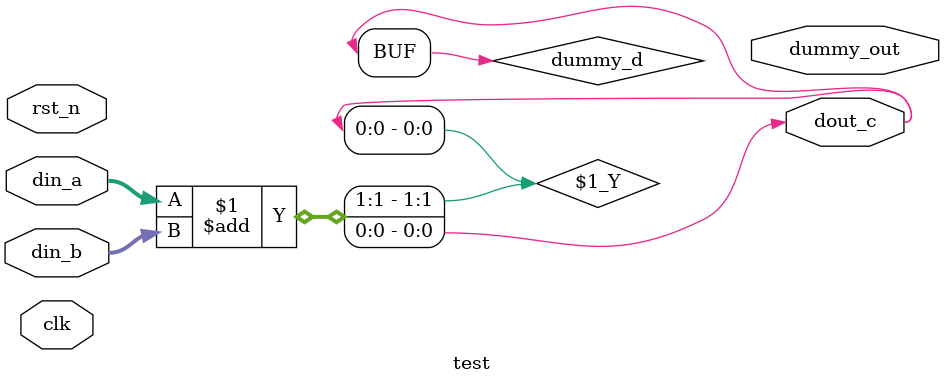
<source format=v>
module test (
    input clk,
    input rst_n,

    input [1:0] din_a,
    input [1:0] din_b,

    output dout_c,
    output dummy_out
);

    wire dummy_d;

    assign dout_c = din_a + din_b;  // width mismatched
    assign dout_c = dummy_d;        // multi driver and comb loop
    assign dummy_d = dout_c;
    
endmodule

</source>
